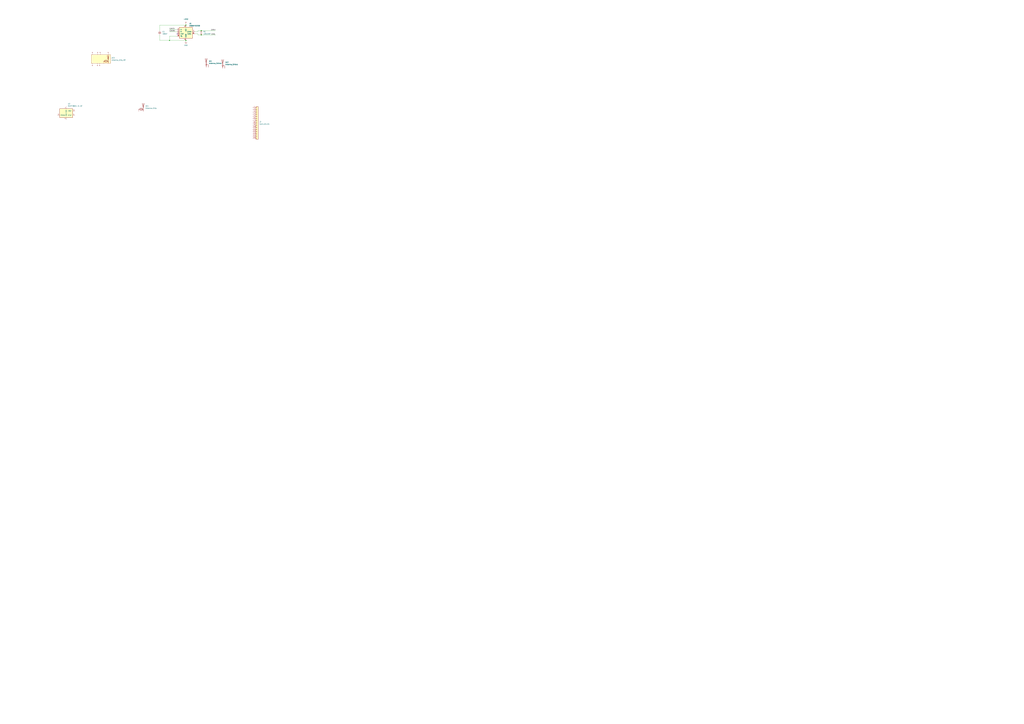
<source format=kicad_sch>
(kicad_sch (version 20211123) (generator eeschema)
  (paper "A0")
  (lib_symbols
    (symbol "Battery_Management:MCP73831-5-OT" (pin_names (offset 1.016))
      (property "Reference" "U" (at -7.62 6.35 0))
      (property "Value" "MCP73831-5-OT" (at 1.27 6.35 0))
      (symbol "MCP73831-5-OT_0_1"
        (rectangle (start -7.62 5.08) (end 7.62 -5.08) (stroke (width 0.254)) (fill (type background)))
      )
      (symbol "MCP73831-5-OT_1_1"
        (pin output line (at 10.16 -2.54 180) (length 2.54) (name "STAT") (number "1"))
        (pin power_in line (at 0 -7.62 90) (length 2.54) (name "VSS") (number "2"))
        (pin power_out line (at 10.16 2.54 180) (length 2.54) (name "VBAT") (number "3"))
        (pin power_in line (at 0 7.62 270) (length 2.54) (name "VDD") (number "4"))
        (pin input line (at -10.16 -2.54 0) (length 2.54) (name "PROG") (number "5"))
      )
    )
    (symbol "ConeCodes:Antenna_Chip_MP" (pin_numbers hide) (pin_names (offset 1.016) hide)
      (property "Reference" "AE" (at -9.652 7.62 0))
      (property "Value" "Antenna_Chip_MP" (at -9.652 5.715 0))
      (symbol "Antenna_Chip_MP_0_0"
        (pin no_connect line (at -17.018 -2.54 90) (length 2.54) (name "NC") (number "3"))
        (pin no_connect line (at -19.558 -2.54 90) (length 2.54) (name "NC") (number "4"))
        (pin no_connect line (at -25.4 -2.54 90) (length 2.54) (name "NC") (number "5"))
        (pin no_connect line (at -25.4 12.7 270) (length 2.54) (name "NC") (number "6"))
        (pin no_connect line (at -19.304 12.7 270) (length 2.54) (name "NC") (number "7"))
        (pin no_connect line (at -16.51 12.7 270) (length 2.54) (name "NC") (number "8"))
        (pin no_connect line (at -7.112 12.7 270) (length 2.54) (name "NC") (number "9"))
      )
      (symbol "Antenna_Chip_MP_0_1"
        (rectangle (start -26.67 10.16) (end -4.318 0) (fill (type background)))
        (polyline (pts (xy -12.192 2.54) (xy -12.192 1.905)) (stroke (width 0.254)))
        (polyline (pts (xy -12.192 2.54) (xy -10.922 2.54)) (stroke (width 0.254)))
        (polyline (pts (xy -8.382 2.54) (xy -7.112 2.54)) (stroke (width 0.254)))
        (polyline (pts (xy -8.382 3.81) (xy -8.382 1.27)) (stroke (width 0.254)))
        (polyline (pts (xy -7.112 1.905) (xy -7.112 2.54)))
        (polyline (pts (xy -7.112 9.525) (xy -7.112 0.635)) (stroke (width 0.254)))
        (polyline (pts (xy -10.922 3.81) (xy -10.922 1.27) (xy -10.922 2.54)) (stroke (width 0.254)))
        (polyline (pts (xy -5.842 9.525) (xy -7.112 4.445) (xy -8.382 9.525)) (stroke (width 0.254)))
        (polyline (pts (xy -10.287 3.81) (xy -9.017 3.81) (xy -9.017 1.27) (xy -10.287 1.27) (xy -10.287 3.81)) (stroke (width 0.254)))
      )
      (symbol "Antenna_Chip_MP_1_1"
        (pin input line (at -12.192 0 90) (length 2.54) (name "FEED") (number "1"))
        (pin passive line (at -7.112 0 90) (length 2.54) (name "PCB_Trace") (number "2"))
      )
    )
    (symbol "Connector_Generic:Conn_01x15" (pin_names (offset 1.016) hide)
      (property "Reference" "J" (at 0 20.32 0))
      (property "Value" "Conn_01x15" (at 0 -20.32 0))
      (symbol "Conn_01x15_1_1"
        (rectangle (start -1.27 -17.653) (end 0 -17.907) (stroke (width 0.1524)))
        (rectangle (start -1.27 -15.113) (end 0 -15.367) (stroke (width 0.1524)))
        (rectangle (start -1.27 -12.573) (end 0 -12.827) (stroke (width 0.1524)))
        (rectangle (start -1.27 -10.033) (end 0 -10.287) (stroke (width 0.1524)))
        (rectangle (start -1.27 -7.493) (end 0 -7.747) (stroke (width 0.1524)))
        (rectangle (start -1.27 -4.953) (end 0 -5.207) (stroke (width 0.1524)))
        (rectangle (start -1.27 -2.413) (end 0 -2.667) (stroke (width 0.1524)))
        (rectangle (start -1.27 0.127) (end 0 -0.127) (stroke (width 0.1524)))
        (rectangle (start -1.27 2.667) (end 0 2.413) (stroke (width 0.1524)))
        (rectangle (start -1.27 5.207) (end 0 4.953) (stroke (width 0.1524)))
        (rectangle (start -1.27 7.747) (end 0 7.493) (stroke (width 0.1524)))
        (rectangle (start -1.27 10.287) (end 0 10.033) (stroke (width 0.1524)))
        (rectangle (start -1.27 12.827) (end 0 12.573) (stroke (width 0.1524)))
        (rectangle (start -1.27 15.367) (end 0 15.113) (stroke (width 0.1524)))
        (rectangle (start -1.27 17.907) (end 0 17.653) (stroke (width 0.1524)))
        (rectangle (start -1.27 19.05) (end 1.27 -19.05) (stroke (width 0.254)) (fill (type background)))
        (pin passive line (at -5.08 17.78 0) (length 3.81) (name "Pin_1") (number "1"))
        (pin passive line (at -5.08 -5.08 0) (length 3.81) (name "Pin_10") (number "10"))
        (pin passive line (at -5.08 -7.62 0) (length 3.81) (name "Pin_11") (number "11"))
        (pin passive line (at -5.08 -10.16 0) (length 3.81) (name "Pin_12") (number "12"))
        (pin passive line (at -5.08 -12.7 0) (length 3.81) (name "Pin_13") (number "13"))
        (pin passive line (at -5.08 -15.24 0) (length 3.81) (name "Pin_14") (number "14"))
        (pin passive line (at -5.08 -17.78 0) (length 3.81) (name "Pin_15") (number "15"))
        (pin passive line (at -5.08 15.24 0) (length 3.81) (name "Pin_2") (number "2"))
        (pin passive line (at -5.08 12.7 0) (length 3.81) (name "Pin_3") (number "3"))
        (pin passive line (at -5.08 10.16 0) (length 3.81) (name "Pin_4") (number "4"))
        (pin passive line (at -5.08 7.62 0) (length 3.81) (name "Pin_5") (number "5"))
        (pin passive line (at -5.08 5.08 0) (length 3.81) (name "Pin_6") (number "6"))
        (pin passive line (at -5.08 2.54 0) (length 3.81) (name "Pin_7") (number "7"))
        (pin passive line (at -5.08 0 0) (length 3.81) (name "Pin_8") (number "8"))
        (pin passive line (at -5.08 -2.54 0) (length 3.81) (name "Pin_9") (number "9"))
      )
    )
    (symbol "Device:Antenna_Chip" (pin_numbers hide) (pin_names (offset 1.016) hide)
      (property "Reference" "AE" (at 0 5.08 0))
      (property "Value" "Antenna_Chip" (at 0 3.175 0))
      (symbol "Antenna_Chip_0_1"
        (polyline (pts (xy -2.54 0) (xy -2.54 -0.635)) (stroke (width 0.254)))
        (polyline (pts (xy -2.54 0) (xy -1.27 0)) (stroke (width 0.254)))
        (polyline (pts (xy 1.27 0) (xy 2.54 0)) (stroke (width 0.254)))
        (polyline (pts (xy 1.27 1.27) (xy 1.27 -1.27)) (stroke (width 0.254)))
        (polyline (pts (xy 2.54 -0.635) (xy 2.54 0)))
        (polyline (pts (xy 2.54 6.985) (xy 2.54 -1.905)) (stroke (width 0.254)))
        (polyline (pts (xy -1.27 1.27) (xy -1.27 -1.27) (xy -1.27 0)) (stroke (width 0.254)))
        (polyline (pts (xy 3.81 6.985) (xy 2.54 1.905) (xy 1.27 6.985)) (stroke (width 0.254)))
        (polyline (pts (xy -0.635 1.27) (xy 0.635 1.27) (xy 0.635 -1.27) (xy -0.635 -1.27) (xy -0.635 1.27)) (stroke (width 0.254)))
      )
      (symbol "Antenna_Chip_1_1"
        (pin input line (at -2.54 -2.54 90) (length 2.54) (name "FEED") (number "1"))
        (pin passive line (at 2.54 -2.54 90) (length 2.54) (name "PCB_Trace") (number "2"))
      )
    )
    (symbol "Device:Antenna_Shield" (pin_numbers hide) (pin_names (offset 1.016) hide)
      (property "Reference" "AE" (at -1.905 4.445 0))
      (property "Value" "Antenna_Shield" (at -1.905 2.54 0))
      (symbol "Antenna_Shield_0_1"
        (arc (start -0.508 -1.143) (mid -0.8485 -2.1032) (end 0 -2.667))
        (arc (start 0 -2.667) (mid 0.8047 -2.0885) (end 0.508 -1.143))
        (polyline (pts (xy 0 -2.54) (xy 0 0)))
        (polyline (pts (xy 0 5.08) (xy 0 -3.81)) (stroke (width 0.254)))
        (polyline (pts (xy 0.762 -1.905) (xy 2.54 -1.905)))
        (polyline (pts (xy 2.54 -2.54) (xy 2.54 -1.905)))
        (polyline (pts (xy 1.27 5.08) (xy 0 0) (xy -1.27 5.08)) (stroke (width 0.254)))
        (circle (center 0.762 -1.905) (radius 0.1778) (fill (type outline)))
      )
      (symbol "Antenna_Shield_1_1"
        (pin input line (at 0 -5.08 90) (length 2.54) (name "A") (number "1"))
        (pin input line (at 2.54 -5.08 90) (length 2.54) (name "Shield") (number "2"))
      )
    )
    (symbol "Device:C_Small" (pin_numbers hide) (pin_names (offset 0.254) hide)
      (property "Reference" "C" (at 0.254 1.778 0))
      (property "Value" "C_Small" (at 0.254 -2.032 0))
      (symbol "C_Small_0_1"
        (polyline (pts (xy -1.524 -0.508) (xy 1.524 -0.508)) (stroke (width 0.3302)))
        (polyline (pts (xy -1.524 0.508) (xy 1.524 0.508)) (stroke (width 0.3048)))
      )
      (symbol "C_Small_1_1"
        (pin passive line (at 0 2.54 270) (length 2.032) (name "~") (number "1"))
        (pin passive line (at 0 -2.54 90) (length 2.032) (name "~") (number "2"))
      )
    )
    (symbol "Device:R_Small" (pin_numbers hide) (pin_names (offset 0.254) hide)
      (property "Reference" "R" (at 0.762 0.508 0))
      (property "Value" "R_Small" (at 0.762 -1.016 0))
      (symbol "R_Small_0_1"
        (rectangle (start -0.762 1.778) (end 0.762 -1.778) (stroke (width 0.2032)))
      )
      (symbol "R_Small_1_1"
        (pin passive line (at 0 2.54 270) (length 0.762) (name "~") (number "1"))
        (pin passive line (at 0 -2.54 90) (length 0.762) (name "~") (number "2"))
      )
    )
    (symbol "Interface_CAN_LIN:SN65HVD230" (pin_names (offset 1.016))
      (property "Reference" "U" (at -2.54 10.16 0))
      (property "Value" "SN65HVD230" (at -2.54 7.62 0))
      (symbol "SN65HVD230_0_1"
        (rectangle (start -7.62 5.08) (end 7.62 -7.62) (stroke (width 0.254)) (fill (type background)))
      )
      (symbol "SN65HVD230_1_1"
        (pin input line (at -10.16 2.54 0) (length 2.54) (name "D") (number "1"))
        (pin power_in line (at 0 -10.16 90) (length 2.54) (name "GND") (number "2"))
        (pin power_in line (at 0 7.62 270) (length 2.54) (name "VCC") (number "3"))
        (pin output line (at -10.16 0 0) (length 2.54) (name "R") (number "4"))
        (pin output line (at -10.16 -2.54 0) (length 2.54) (name "Vref") (number "5"))
        (pin bidirectional line (at 10.16 -2.54 180) (length 2.54) (name "CANL") (number "6"))
        (pin bidirectional line (at 10.16 0 180) (length 2.54) (name "CANH") (number "7"))
        (pin input line (at -10.16 -5.08 0) (length 2.54) (name "Rs") (number "8"))
      )
    )
    (symbol "power:+3V3" (power) (pin_names (offset 0))
      (property "Value" "+3V3" (at 0 3.556 0))
      (symbol "+3V3_0_1"
        (polyline (pts (xy -0.762 1.27) (xy 0 2.54)))
        (polyline (pts (xy 0 0) (xy 0 2.54)))
        (polyline (pts (xy 0 2.54) (xy 0.762 1.27)))
      )
      (symbol "+3V3_1_1"
        (pin power_in line (at 0 0 90) (length 0) hide (name "+3V3") (number "1"))
      )
    )
    (symbol "power:GND" (power) (pin_names (offset 0))
      (property "Value" "GND" (at 0 -3.81 0))
      (symbol "GND_0_1"
        (polyline (pts (xy 0 0) (xy 0 -1.27) (xy 1.27 -1.27) (xy 0 -2.54) (xy -1.27 -1.27) (xy 0 -1.27)))
      )
      (symbol "GND_1_1"
        (pin power_in line (at 0 0 270) (length 0) hide (name "GND") (number "1"))
      )
    )
  )
  (junction (at 196.85 46.99))
  (junction (at 233.68 35.56))
  (junction (at 215.9 46.99))
  (junction (at 215.9 29.21))
  (junction (at 233.68 40.64))
  (no_connect (at 205.74 39.37))
  (wire (pts (xy 229.87 35.56) (xy 233.68 35.56)))
  (wire (pts (xy 233.68 40.64) (xy 250.19 40.64)))
  (wire (pts (xy 185.42 46.99) (xy 196.85 46.99)))
  (wire (pts (xy 205.74 41.91) (xy 196.85 41.91)))
  (wire (pts (xy 215.9 29.21) (xy 185.42 29.21)))
  (wire (pts (xy 226.06 36.83) (xy 229.87 36.83)))
  (wire (pts (xy 196.85 41.91) (xy 196.85 46.99)))
  (wire (pts (xy 196.85 36.83) (xy 205.74 36.83)))
  (wire (pts (xy 229.87 39.37) (xy 229.87 40.64)))
  (wire (pts (xy 196.85 34.29) (xy 205.74 34.29)))
  (wire (pts (xy 185.42 40.64) (xy 185.42 46.99)))
  (wire (pts (xy 196.85 46.99) (xy 215.9 46.99)))
  (wire (pts (xy 229.87 40.64) (xy 233.68 40.64)))
  (wire (pts (xy 215.9 27.94) (xy 215.9 29.21)))
  (wire (pts (xy 185.42 29.21) (xy 185.42 35.56)))
  (wire (pts (xy 233.68 35.56) (xy 250.19 35.56)))
  (wire (pts (xy 229.87 36.83) (xy 229.87 35.56)))
  (wire (pts (xy 215.9 48.26) (xy 215.9 46.99)))
  (wire (pts (xy 226.06 39.37) (xy 229.87 39.37)))
  (label "CANRX" (at 196.85 36.83 0))
  (label "CANTX" (at 196.85 34.29 0))
  (label "CANH" (at 250.19 35.56 180))
  (label "CANL" (at 250.19 40.64 180))
  (symbol (lib_id "Battery_Management:MCP73831-5-OT") (at 76.835 131.445 0) (unit 1)
    (property "Reference" "U2" (at 78.8544 120.65 0) (effects (justify left)))
    (property "Value" "MCP73831-5-OT" (at 78.8544 123.19 0) (effects (justify left)))
    (property "Footprint" "Package_TO_SOT_SMD:SOT-23-5" (effects hide))
    (property "Datasheet" "http://ww1.microchip.com/downloads/en/DeviceDoc/20001984g.pdf" (effects hide))
  )
  (symbol (lib_id "Device:Antenna_Shield") (at 258.445 74.295 0) (unit 1)
    (property "Reference" "AE2" (at 261.62 72.3899 0) (effects (justify left)))
    (property "Value" "Antenna_Shield" (at 261.62 74.9299 0) (effects (justify left)))
    (property "Footprint" "ConeCodes:60312202114509" (effects hide))
  )
  (symbol (lib_id "Device:Antenna_Shield") (at 239.395 73.025 0) (unit 1)
    (property "Reference" "AE1" (at 242.57 71.1199 0) (effects (justify left)))
    (property "Value" "Antenna_Shield" (at 242.57 73.6599 0) (effects (justify left)))
    (property "Footprint" "ConeCodes:60312202114509" (effects hide))
  )
  (symbol (lib_id "Interface_CAN_LIN:SN65HVD230") (at 215.9 36.83 0) (unit 1)
    (property "Reference" "U1" (at 219.71 27.305 0) (effects (justify left)))
    (property "Value" "SN65HVD230" (at 219.71 29.845 0) (effects (justify left)))
    (property "Footprint" "Package_SO:SOIC-8_3.9x4.9mm_P1.27mm" (effects hide))
    (property "Datasheet" "http://www.ti.com/lit/ds/symlink/sn65hvd230.pdf" (effects hide))
  )
  (symbol (lib_id "Device:R_Small") (at 233.68 38.1 0) (unit 1)
    (property "Reference" "R1" (at 236.22 36.8299 0) (effects (justify left)))
    (property "Value" "120,DNP" (at 236.22 39.3699 0) (effects (justify left)))
    (property "Footprint" "Resistor_SMD:R_0805_2012Metric" (effects hide))
  )
  (symbol (lib_id "ConeCodes:Antenna_Chip_MP") (at 132.715 73.66 0) (unit 1)
    (property "Reference" "AE3" (at 129.54 67.3099 0) (effects (justify left)))
    (property "Value" "Antenna_Chip_MP" (at 129.54 69.8499 0) (effects (justify left)))
    (property "Footprint" "ConeCodes:SR4C033-L" (effects hide))
  )
  (symbol (lib_id "power:GND") (at 215.9 48.26 0) (unit 1)
    (property "Reference" "#PWR02" (effects hide))
    (property "Value" "GND" (at 215.9 52.705 0))
  )
  (symbol (lib_id "power:+3V3") (at 215.9 27.94 0) (unit 1)
    (property "Reference" "#PWR01" (effects hide))
    (property "Value" "+3V3" (at 215.9 22.225 0))
  )
  (symbol (lib_id "Device:C_Small") (at 185.42 38.1 0) (unit 1)
    (property "Reference" "C1" (at 188.595 36.8362 0) (effects (justify left)))
    (property "Value" "100nf" (at 188.595 39.3762 0) (effects (justify left)))
    (property "Footprint" "Capacitor_SMD:C_0402_1005Metric" (effects hide))
  )
  (symbol (lib_id "Connector_Generic:Conn_01x15") (at 298.45 142.875 0) (unit 1)
    (property "Reference" "J2" (at 300.99 141.6049 0) (effects (justify left)))
    (property "Value" "Conn_01x15" (at 300.99 144.1449 0) (effects (justify left)))
    (property "Footprint" "Connector_FFC-FPC:Molex_502244-2430_1x24-1MP_P0.5mm_Horizontal" (effects hide))
  )
  (symbol (lib_id "Device:Antenna_Chip") (at 163.83 127 0) (unit 1)
    (property "Reference" "AE4" (at 168.91 123.1899 0) (effects (justify left)))
    (property "Value" "Antenna_Chip" (at 168.91 125.7299 0) (effects (justify left)))
    (property "Footprint" "ConeCodes:SRCW004" (effects hide))
  )
)
</source>
